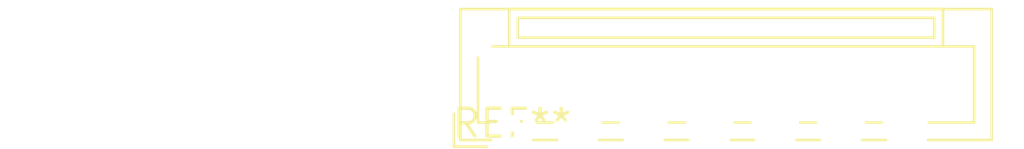
<source format=kicad_pcb>
(kicad_pcb (version 20240108) (generator pcbnew)
  (layers (0 "F.Cu" signal) (31 "B.Cu" signal) (34 "B.Paste" user) (35 "F.Paste" user) (36 "B.SilkS" user "B.Silkscreen") (37 "F.SilkS" user "F.Silkscreen") (38 "B.Mask" user) (39 "F.Mask" user) (44 "Edge.Cuts" user))
  (net 0 "")
  (footprint "JST_ZE_B14B-ZESK-1D_1x14_P1.50mm_Vertical" (layer "F.Cu") (at 0 0)
    (property "Reference" "REF**")
    (property "Value" "JST_ZE_B14B-ZESK-1D_1x14_P1.50mm_Vertical")
    (fp_line (start -2.66 -0.44) (end -2.66 1.06) (layer "F.SilkS") (stroke (width 0.12)))
    (fp_line (start -2.66 1.06) (end -1.16 1.06) (layer "F.SilkS") (stroke (width 0.12)))
    (fp_line (start -2.36 -5.21) (end 21.86 -5.21) (layer "F.SilkS") (stroke (width 0.12)))
    (fp_line (start -2.36 0.76) (end -2.36 -5.21) (layer "F.SilkS") (stroke (width 0.12)))
    (fp_line (start -1.56 -3) (end -1.56 -0.04) (layer "F.SilkS") (stroke (width 0.12)))
    (fp_line (start -1.56 -0.04) (end -1 -0.04) (layer "F.SilkS") (stroke (width 0.12)))
    (fp_line (start -0.96 0.76) (end -2.36 0.76) (layer "F.SilkS") (stroke (width 0.12)))
    (fp_line (start -0.14 -5.21) (end -0.14 -3.51) (layer "F.SilkS") (stroke (width 0.12)))
    (fp_line (start -0.14 -3.51) (end -0.9 -3.51) (layer "F.SilkS") (stroke (width 0.12)))
    (fp_line (start -0.14 -3.51) (end 19.64 -3.51) (layer "F.SilkS") (stroke (width 0.12)))
    (fp_line (start 0.26 -4.81) (end 0.26 -3.91) (layer "F.SilkS") (stroke (width 0.12)))
    (fp_line (start 0.26 -3.91) (end 19.24 -3.91) (layer "F.SilkS") (stroke (width 0.12)))
    (fp_line (start 0.96 0.76) (end 2.04 0.76) (layer "F.SilkS") (stroke (width 0.12)))
    (fp_line (start 1.135 -0.04) (end 1.865 -0.04) (layer "F.SilkS") (stroke (width 0.12)))
    (fp_line (start 3.96 0.76) (end 5.04 0.76) (layer "F.SilkS") (stroke (width 0.12)))
    (fp_line (start 4.135 -0.04) (end 4.865 -0.04) (layer "F.SilkS") (stroke (width 0.12)))
    (fp_line (start 6.96 0.76) (end 8.04 0.76) (layer "F.SilkS") (stroke (width 0.12)))
    (fp_line (start 7.135 -0.04) (end 7.865 -0.04) (layer "F.SilkS") (stroke (width 0.12)))
    (fp_line (start 9.96 0.76) (end 11.04 0.76) (layer "F.SilkS") (stroke (width 0.12)))
    (fp_line (start 10.135 -0.04) (end 10.865 -0.04) (layer "F.SilkS") (stroke (width 0.12)))
    (fp_line (start 12.96 0.76) (end 14.04 0.76) (layer "F.SilkS") (stroke (width 0.12)))
    (fp_line (start 13.135 -0.04) (end 13.865 -0.04) (layer "F.SilkS") (stroke (width 0.12)))
    (fp_line (start 15.96 0.76) (end 17.04 0.76) (layer "F.SilkS") (stroke (width 0.12)))
    (fp_line (start 16.135 -0.04) (end 16.865 -0.04) (layer "F.SilkS") (stroke (width 0.12)))
    (fp_line (start 19.24 -4.81) (end 0.26 -4.81) (layer "F.SilkS") (stroke (width 0.12)))
    (fp_line (start 19.24 -3.91) (end 19.24 -4.81) (layer "F.SilkS") (stroke (width 0.12)))
    (fp_line (start 19.64 -5.21) (end -0.14 -5.21) (layer "F.SilkS") (stroke (width 0.12)))
    (fp_line (start 19.64 -3.51) (end 19.64 -5.21) (layer "F.SilkS") (stroke (width 0.12)))
    (fp_line (start 19.64 -3.51) (end 21.06 -3.51) (layer "F.SilkS") (stroke (width 0.12)))
    (fp_line (start 21.06 -3.51) (end 21.06 -0.04) (layer "F.SilkS") (stroke (width 0.12)))
    (fp_line (start 21.06 -0.04) (end 19 -0.04) (layer "F.SilkS") (stroke (width 0.12)))
    (fp_line (start 21.86 -5.21) (end 21.86 0.76) (layer "F.SilkS") (stroke (width 0.12)))
    (fp_line (start 21.86 0.76) (end 18.96 0.76) (layer "F.SilkS") (stroke (width 0.12)))
    (pad "" np_thru_hole circle (at -1.65 -3.8) (size 0.85 0.85) (drill 0.85) (layers *.Cu *.Mask))
    (pad "1" thru_hole custom (at 0 0) (size 1.117157 1.117157) (drill 0.75) (layers *.Cu *.Mask) (remove_unused_layers) (options (clearance outline) (anchor circle)) (primitives (gr_poly (pts (xy 0.45 -0.225) (xy 0.45 0.625) (xy -0.45 0.625) (xy -0.45 -0.625) (xy 0.05 -0.625)) (width 0.5) (fill yes))))
    (pad "2" thru_hole oval (at 1.5 -2) (size 1.4 1.75) (drill 0.75) (layers *.Cu *.Mask) (remove_unused_layers))
    (pad "3" thru_hole oval (at 3 0) (size 1.4 1.75) (drill 0.75) (layers *.Cu *.Mask) (remove_unused_layers))
    (pad "4" thru_hole oval (at 4.5 -2) (size 1.4 1.75) (drill 0.75) (layers *.Cu *.Mask) (remove_unused_layers))
    (pad "5" thru_hole oval (at 6 0) (size 1.4 1.75) (drill 0.75) (layers *.Cu *.Mask) (remove_unused_layers))
    (pad "6" thru_hole oval (at 7.5 -2) (size 1.4 1.75) (drill 0.75) (layers *.Cu *.Mask) (remove_unused_layers))
    (pad "7" thru_hole oval (at 9 0) (size 1.4 1.75) (drill 0.75) (layers *.Cu *.Mask) (remove_unused_layers))
    (pad "8" thru_hole oval (at 10.5 -2) (size 1.4 1.75) (drill 0.75) (layers *.Cu *.Mask) (remove_unused_layers))
    (pad "9" thru_hole oval (at 12 0) (size 1.4 1.75) (drill 0.75) (layers *.Cu *.Mask) (remove_unused_layers))
    (pad "10" thru_hole oval (at 13.5 -2) (size 1.4 1.75) (drill 0.75) (layers *.Cu *.Mask) (remove_unused_layers))
    (pad "11" thru_hole oval (at 15 0) (size 1.4 1.75) (drill 0.75) (layers *.Cu *.Mask) (remove_unused_layers))
    (pad "12" thru_hole oval (at 16.5 -2) (size 1.4 1.75) (drill 0.75) (layers *.Cu *.Mask) (remove_unused_layers))
    (pad "13" thru_hole oval (at 18 0) (size 1.4 1.75) (drill 0.75) (layers *.Cu *.Mask) (remove_unused_layers))
    (pad "14" thru_hole oval (at 19.5 -2) (size 1.4 1.75) (drill 0.75) (layers *.Cu *.Mask) (remove_unused_layers))
  )
)
</source>
